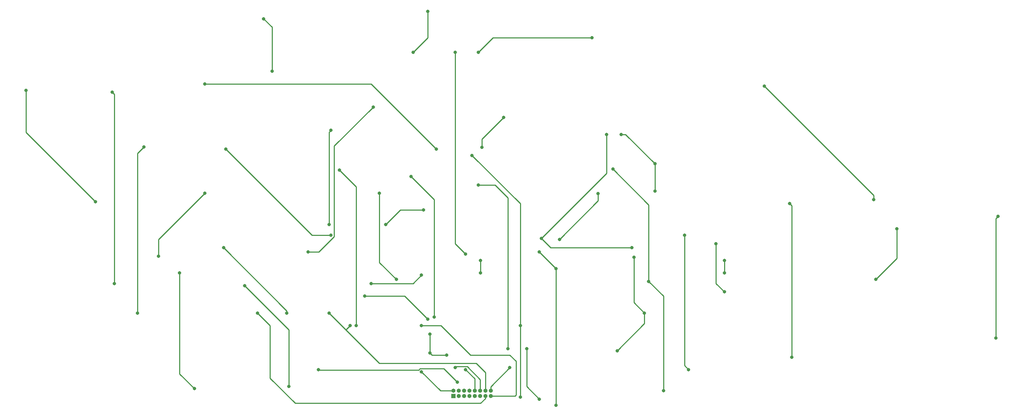
<source format=gtl>
G04 #@! TF.GenerationSoftware,KiCad,Pcbnew,(5.1.10)-1*
G04 #@! TF.CreationDate,2022-01-19T11:14:15-05:00*
G04 #@! TF.ProjectId,CoCo1SwitchBoard,436f436f-3153-4776-9974-6368426f6172,1.0*
G04 #@! TF.SameCoordinates,Original*
G04 #@! TF.FileFunction,Copper,L1,Top*
G04 #@! TF.FilePolarity,Positive*
%FSLAX46Y46*%
G04 Gerber Fmt 4.6, Leading zero omitted, Abs format (unit mm)*
G04 Created by KiCad (PCBNEW (5.1.10)-1) date 2022-01-19 11:14:15*
%MOMM*%
%LPD*%
G01*
G04 APERTURE LIST*
G04 #@! TA.AperFunction,ComponentPad*
%ADD10O,1.000000X1.000000*%
G04 #@! TD*
G04 #@! TA.AperFunction,ComponentPad*
%ADD11R,1.000000X1.000000*%
G04 #@! TD*
G04 #@! TA.AperFunction,ViaPad*
%ADD12C,0.800000*%
G04 #@! TD*
G04 #@! TA.AperFunction,Conductor*
%ADD13C,0.250000*%
G04 #@! TD*
G04 APERTURE END LIST*
D10*
X144449800Y-2030000D03*
X144449800Y-3300000D03*
X143179800Y-2030000D03*
X143179800Y-3300000D03*
X141909800Y-2030000D03*
X141909800Y-3300000D03*
X140639800Y-2030000D03*
X140639800Y-3300000D03*
X139369800Y-2030000D03*
X139369800Y-3300000D03*
X138099800Y-2030000D03*
X138099800Y-3300000D03*
X136829800Y-2030000D03*
X136829800Y-3300000D03*
X135559800Y-2030000D03*
D11*
X135559800Y-3300000D03*
D12*
X50500000Y43000000D03*
X34000000Y69500000D03*
X126000000Y78500000D03*
X125500000Y49000000D03*
X131000000Y15500000D03*
X129500000Y88225010D03*
X149000000Y3500000D03*
X191500000Y3000000D03*
X190500000Y35000000D03*
X235500000Y43500000D03*
X209500000Y70500000D03*
X108500000Y50500000D03*
X112500000Y13500000D03*
X128000000Y13500000D03*
X168500000Y82000000D03*
X141500000Y78500000D03*
X172000000Y59000000D03*
X178000000Y32000000D03*
X81000000Y32000000D03*
X96000000Y16500000D03*
X106000000Y16500000D03*
X236000000Y24500000D03*
X241000000Y36500000D03*
X111000000Y13500000D03*
X156500000Y34224979D03*
X175500000Y59000000D03*
X183500000Y52000000D03*
X81500000Y55500000D03*
X106500000Y35000000D03*
X119500000Y37500000D03*
X128500000Y41000000D03*
X183500000Y45500000D03*
X89000000Y16500000D03*
X62000000Y56000000D03*
X60500000Y16500000D03*
X90500000Y86500000D03*
X92500000Y74000000D03*
X114500000Y20500000D03*
X129500000Y15000000D03*
X130000000Y11500000D03*
X130000000Y7000000D03*
X136000000Y3500000D03*
X134000000Y6500000D03*
X55000000Y23500000D03*
X54500000Y69000000D03*
X101000000Y31000000D03*
X116500000Y65500000D03*
X182000000Y24000000D03*
X185500000Y-2000000D03*
X173500000Y50725010D03*
X138500000Y3000000D03*
X174500000Y7500000D03*
X181000000Y16500000D03*
X178500000Y29725000D03*
X76500000Y71000000D03*
X131500000Y55500000D03*
X200000000Y21500000D03*
X198000000Y33000000D03*
X140000000Y54000000D03*
X151500000Y13500000D03*
X151500000Y-3500000D03*
X265000000Y39500000D03*
X264500000Y10500000D03*
X156000000Y-4000000D03*
X153000000Y8000000D03*
X215500000Y42500000D03*
X216000000Y6000000D03*
X136500000Y0D03*
X103500000Y3000000D03*
X136000000Y78500000D03*
X138500000Y30500000D03*
X160000000Y-5500000D03*
X156000000Y31000000D03*
X160000000Y27000000D03*
X106500000Y60000000D03*
X106000000Y37500000D03*
X96500000Y-1000000D03*
X86000000Y23000000D03*
X200000000Y29000000D03*
X200000000Y26000000D03*
X142000000Y26000000D03*
X142000000Y29000000D03*
X116000000Y23500000D03*
X128000000Y25500000D03*
X147500000Y63000000D03*
X128000000Y2500000D03*
X148500000Y8000000D03*
X142349845Y55875165D03*
X170000000Y44874990D03*
X141500000Y46925010D03*
X160800000Y34000000D03*
X76500000Y45000000D03*
X65500000Y30000000D03*
X74000000Y-1500000D03*
X70500000Y26000000D03*
X122000000Y24500000D03*
X118000000Y45000000D03*
D13*
X34000000Y59500000D02*
X34000000Y69500000D01*
X50500000Y43000000D02*
X34000000Y59500000D01*
X131000000Y43500000D02*
X131000000Y15500000D01*
X125500000Y49000000D02*
X131000000Y43500000D01*
X129500000Y82000000D02*
X129500000Y88225010D01*
X126000000Y78500000D02*
X129500000Y82000000D01*
X144449800Y-1050200D02*
X149000000Y3500000D01*
X144449800Y-2030000D02*
X144449800Y-1050200D01*
X190500000Y4000000D02*
X190500000Y35000000D01*
X191500000Y3000000D02*
X190500000Y4000000D01*
X235500000Y44500000D02*
X209500000Y70500000D01*
X235500000Y43500000D02*
X235500000Y44500000D01*
X112500000Y46500000D02*
X112500000Y13500000D01*
X108500000Y50500000D02*
X112500000Y46500000D01*
X132636410Y13500000D02*
X139636410Y6500000D01*
X128000000Y13500000D02*
X132636410Y13500000D01*
X139636410Y6500000D02*
X149000000Y6500000D01*
X149000000Y6500000D02*
X150500000Y5000000D01*
X150500000Y5000000D02*
X150500000Y-3000000D01*
X150200000Y-3300000D02*
X144449800Y-3300000D01*
X150500000Y-3000000D02*
X150200000Y-3300000D01*
X145000000Y82000000D02*
X141500000Y78500000D01*
X168500000Y82000000D02*
X145000000Y82000000D01*
X96000000Y17000000D02*
X96000000Y16500000D01*
X81000000Y32000000D02*
X96000000Y17000000D01*
X118000000Y4500000D02*
X141000000Y4500000D01*
X143179800Y2320200D02*
X143179800Y-2030000D01*
X141000000Y4500000D02*
X143179800Y2320200D01*
X241000000Y29500000D02*
X241000000Y36500000D01*
X236000000Y24500000D02*
X241000000Y29500000D01*
X111000000Y13500000D02*
X110000000Y12500000D01*
X110000000Y12500000D02*
X118000000Y4500000D01*
X106000000Y16500000D02*
X110000000Y12500000D01*
X172000000Y59000000D02*
X172000000Y49724979D01*
X172000000Y49724979D02*
X156500000Y34224979D01*
X158724979Y32000000D02*
X156500000Y34224979D01*
X178000000Y32000000D02*
X158724979Y32000000D01*
X176500000Y59000000D02*
X183500000Y52000000D01*
X175500000Y59000000D02*
X176500000Y59000000D01*
X102000000Y35000000D02*
X106500000Y35000000D01*
X81500000Y55500000D02*
X102000000Y35000000D01*
X123000000Y41000000D02*
X128500000Y41000000D01*
X119500000Y37500000D02*
X123000000Y41000000D01*
X183500000Y45500000D02*
X183500000Y52000000D01*
X142000000Y-5000000D02*
X143179800Y-3820200D01*
X143179800Y-3820200D02*
X143179800Y-3300000D01*
X98000000Y-5000000D02*
X142000000Y-5000000D01*
X92000000Y1000000D02*
X98000000Y-5000000D01*
X92000000Y13500000D02*
X92000000Y1000000D01*
X89000000Y16500000D02*
X92000000Y13500000D01*
X60500000Y54500000D02*
X60500000Y16500000D01*
X62000000Y56000000D02*
X60500000Y54500000D01*
X92500000Y84500000D02*
X92500000Y74000000D01*
X90500000Y86500000D02*
X92500000Y84500000D01*
X124000000Y20500000D02*
X129500000Y15000000D01*
X114500000Y20500000D02*
X124000000Y20500000D01*
X130000000Y11500000D02*
X130000000Y7000000D01*
X138848001Y3725001D02*
X136225001Y3725001D01*
X136225001Y3725001D02*
X136000000Y3500000D01*
X141909800Y663202D02*
X138848001Y3725001D01*
X141909800Y-2030000D02*
X141909800Y663202D01*
X130500000Y6500000D02*
X130000000Y7000000D01*
X134000000Y6500000D02*
X130500000Y6500000D01*
X55000000Y68500000D02*
X54500000Y69000000D01*
X55000000Y23500000D02*
X55000000Y68500000D01*
X107225001Y56225001D02*
X116500000Y65500000D01*
X107225001Y34651999D02*
X107225001Y56225001D01*
X103573002Y31000000D02*
X107225001Y34651999D01*
X101000000Y31000000D02*
X103573002Y31000000D01*
X185500000Y20500000D02*
X182000000Y24000000D01*
X185500000Y-2000000D02*
X185500000Y20500000D01*
X182000000Y24000000D02*
X182000000Y42225010D01*
X182000000Y42225010D02*
X173500000Y50725010D01*
X140639800Y860200D02*
X138500000Y3000000D01*
X140639800Y-2030000D02*
X140639800Y860200D01*
X181000000Y14000000D02*
X181000000Y16500000D01*
X174500000Y7500000D02*
X181000000Y14000000D01*
X178500000Y19000000D02*
X181000000Y16500000D01*
X178500000Y29725000D02*
X178500000Y19000000D01*
X116000000Y71000000D02*
X131500000Y55500000D01*
X76500000Y71000000D02*
X116000000Y71000000D01*
X198000000Y23500000D02*
X198000000Y33000000D01*
X200000000Y21500000D02*
X198000000Y23500000D01*
X151500000Y42500000D02*
X151500000Y13500000D01*
X140000000Y54000000D02*
X151500000Y42500000D01*
X151500000Y-3500000D02*
X151500000Y13500000D01*
X264500000Y39000000D02*
X264500000Y10500000D01*
X265000000Y39500000D02*
X264500000Y39000000D01*
X153000000Y-1000000D02*
X153000000Y8000000D01*
X156000000Y-4000000D02*
X153000000Y-1000000D01*
X216000000Y42000000D02*
X216000000Y6000000D01*
X215500000Y42500000D02*
X216000000Y42000000D01*
X103559337Y2940663D02*
X103500000Y3000000D01*
X127651999Y3225001D02*
X127367661Y2940663D01*
X127367661Y2940663D02*
X103559337Y2940663D01*
X133274999Y3225001D02*
X127651999Y3225001D01*
X136500000Y0D02*
X133274999Y3225001D01*
X136000000Y33000000D02*
X138500000Y30500000D01*
X136000000Y78500000D02*
X136000000Y33000000D01*
X160000000Y27000000D02*
X156000000Y31000000D01*
X160000000Y-5500000D02*
X160000000Y27000000D01*
X106000000Y59500000D02*
X106000000Y37500000D01*
X106500000Y60000000D02*
X106000000Y59500000D01*
X96500000Y12500000D02*
X86000000Y23000000D01*
X96500000Y-1000000D02*
X96500000Y12500000D01*
X200000000Y29000000D02*
X200000000Y26000000D01*
X142000000Y26000000D02*
X142000000Y29000000D01*
X126000000Y23500000D02*
X128000000Y25500000D01*
X116000000Y23500000D02*
X126000000Y23500000D01*
X132530000Y-2030000D02*
X128000000Y2500000D01*
X135559800Y-2030000D02*
X132530000Y-2030000D01*
X147500000Y63000000D02*
X142349845Y57849845D01*
X148500000Y43900000D02*
X145474990Y46925010D01*
X142349845Y57849845D02*
X142349845Y55875165D01*
X145474990Y46925010D02*
X141500000Y46925010D01*
X148500000Y8000000D02*
X148500000Y43900000D01*
X170000000Y43200000D02*
X160800000Y34000000D01*
X170000000Y44874990D02*
X170000000Y43200000D01*
X65500000Y34000000D02*
X65500000Y30000000D01*
X76500000Y45000000D02*
X65500000Y34000000D01*
X70500000Y2000000D02*
X70500000Y26000000D01*
X74000000Y-1500000D02*
X70500000Y2000000D01*
X118000000Y28500000D02*
X118000000Y45000000D01*
X122000000Y24500000D02*
X118000000Y28500000D01*
M02*

</source>
